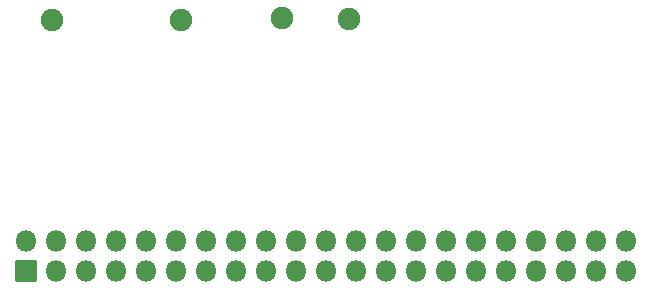
<source format=gbr>
G04 #@! TF.GenerationSoftware,KiCad,Pcbnew,6.0.11*
G04 #@! TF.CreationDate,2024-12-01T17:45:42+01:00*
G04 #@! TF.ProjectId,CCS_analog_mux-16in-18out,4343535f-616e-4616-9c6f-675f6d75782d,rev?*
G04 #@! TF.SameCoordinates,Original*
G04 #@! TF.FileFunction,Soldermask,Bot*
G04 #@! TF.FilePolarity,Negative*
%FSLAX46Y46*%
G04 Gerber Fmt 4.6, Leading zero omitted, Abs format (unit mm)*
G04 Created by KiCad (PCBNEW 6.0.11) date 2024-12-01 17:45:42*
%MOMM*%
%LPD*%
G01*
G04 APERTURE LIST*
G04 Aperture macros list*
%AMRoundRect*
0 Rectangle with rounded corners*
0 $1 Rounding radius*
0 $2 $3 $4 $5 $6 $7 $8 $9 X,Y pos of 4 corners*
0 Add a 4 corners polygon primitive as box body*
4,1,4,$2,$3,$4,$5,$6,$7,$8,$9,$2,$3,0*
0 Add four circle primitives for the rounded corners*
1,1,$1+$1,$2,$3*
1,1,$1+$1,$4,$5*
1,1,$1+$1,$6,$7*
1,1,$1+$1,$8,$9*
0 Add four rect primitives between the rounded corners*
20,1,$1+$1,$2,$3,$4,$5,0*
20,1,$1+$1,$4,$5,$6,$7,0*
20,1,$1+$1,$6,$7,$8,$9,0*
20,1,$1+$1,$8,$9,$2,$3,0*%
G04 Aperture macros list end*
%ADD10C,1.902000*%
%ADD11O,1.802000X1.802000*%
%ADD12RoundRect,0.051000X0.850000X-0.850000X0.850000X0.850000X-0.850000X0.850000X-0.850000X-0.850000X0*%
G04 APERTURE END LIST*
D10*
X63590000Y-36070000D03*
X57880000Y-36000000D03*
D11*
X87030000Y-54914000D03*
X87030000Y-57454000D03*
X84490000Y-54914000D03*
X84490000Y-57454000D03*
X81950000Y-54914000D03*
X81950000Y-57454000D03*
X79410000Y-54914000D03*
X79410000Y-57454000D03*
X76870000Y-54914000D03*
X76870000Y-57454000D03*
X74330000Y-54914000D03*
X74330000Y-57454000D03*
X71790000Y-54914000D03*
X71790000Y-57454000D03*
X69250000Y-54914000D03*
X69250000Y-57454000D03*
X66710000Y-54914000D03*
X66710000Y-57454000D03*
X64170000Y-54914000D03*
X64170000Y-57454000D03*
X61630000Y-54914000D03*
X61630000Y-57454000D03*
X59090000Y-54914000D03*
X59090000Y-57454000D03*
X56550000Y-54914000D03*
X56550000Y-57454000D03*
X54010000Y-54914000D03*
X54010000Y-57454000D03*
X51470000Y-54914000D03*
X51470000Y-57454000D03*
X48930000Y-54914000D03*
X48930000Y-57454000D03*
X46390000Y-54914000D03*
X46390000Y-57454000D03*
X43850000Y-54914000D03*
X43850000Y-57454000D03*
X41310000Y-54914000D03*
X41310000Y-57454000D03*
X38770000Y-54914000D03*
X38770000Y-57454000D03*
X36230000Y-54914000D03*
D12*
X36230000Y-57454000D03*
D10*
X49323700Y-36143400D03*
X38376300Y-36143400D03*
M02*

</source>
